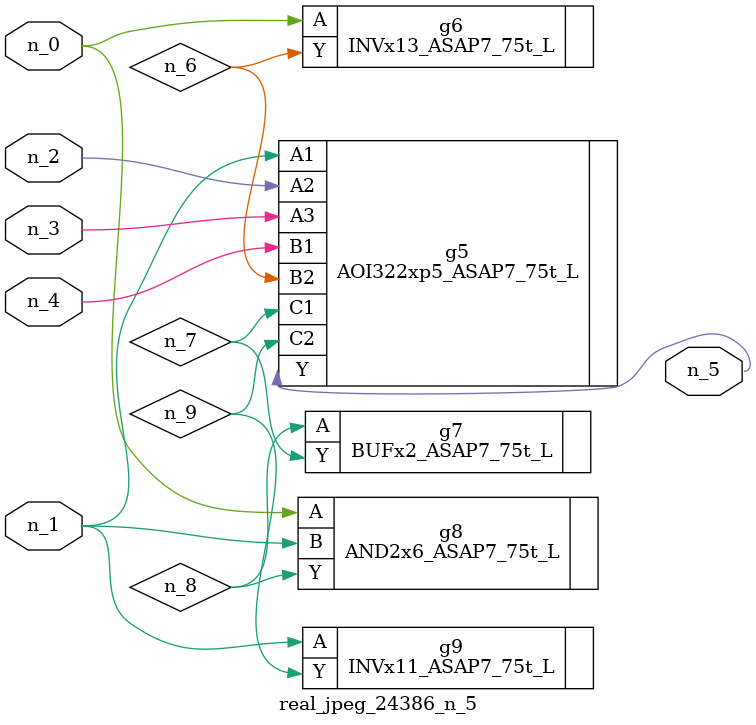
<source format=v>
module real_jpeg_24386_n_5 (n_4, n_0, n_1, n_2, n_3, n_5);

input n_4;
input n_0;
input n_1;
input n_2;
input n_3;

output n_5;

wire n_8;
wire n_6;
wire n_7;
wire n_9;

INVx13_ASAP7_75t_L g6 ( 
.A(n_0),
.Y(n_6)
);

AND2x6_ASAP7_75t_L g8 ( 
.A(n_0),
.B(n_1),
.Y(n_8)
);

AOI322xp5_ASAP7_75t_L g5 ( 
.A1(n_1),
.A2(n_2),
.A3(n_3),
.B1(n_4),
.B2(n_6),
.C1(n_7),
.C2(n_9),
.Y(n_5)
);

INVx11_ASAP7_75t_L g9 ( 
.A(n_1),
.Y(n_9)
);

BUFx2_ASAP7_75t_L g7 ( 
.A(n_8),
.Y(n_7)
);


endmodule
</source>
